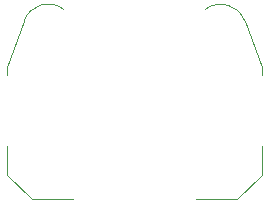
<source format=gbr>
%TF.GenerationSoftware,KiCad,Pcbnew,(6.0.7)*%
%TF.CreationDate,2022-09-10T12:27:55+10:00*%
%TF.ProjectId,Christmas_2022_PCB,43687269-7374-46d6-9173-5f323032325f,v01*%
%TF.SameCoordinates,Original*%
%TF.FileFunction,Legend,Bot*%
%TF.FilePolarity,Positive*%
%FSLAX46Y46*%
G04 Gerber Fmt 4.6, Leading zero omitted, Abs format (unit mm)*
G04 Created by KiCad (PCBNEW (6.0.7)) date 2022-09-10 12:27:55*
%MOMM*%
%LPD*%
G01*
G04 APERTURE LIST*
%ADD10C,0.120000*%
G04 APERTURE END LIST*
D10*
%TO.C,BT1*%
X98450000Y-99790000D02*
X94950000Y-99790000D01*
X100530000Y-89250000D02*
X100530000Y-88620000D01*
X81050000Y-99790000D02*
X78970000Y-97710000D01*
X78970000Y-89250000D02*
X78970000Y-88620000D01*
X84550000Y-99790000D02*
X81050000Y-99790000D01*
X100530000Y-88620000D02*
X99090000Y-84670000D01*
X100530000Y-97710000D02*
X100530000Y-95250000D01*
X98450000Y-99790000D02*
X100530000Y-97710000D01*
X78970000Y-88620000D02*
X80410000Y-84670000D01*
X78970000Y-97710000D02*
X78970000Y-95250000D01*
X99075244Y-84661831D02*
G75*
G03*
X95750000Y-83700000I-2015244J-738169D01*
G01*
X83746646Y-83683470D02*
G75*
G03*
X80410000Y-84670000I-1306646J-1716531D01*
G01*
%TD*%
M02*

</source>
